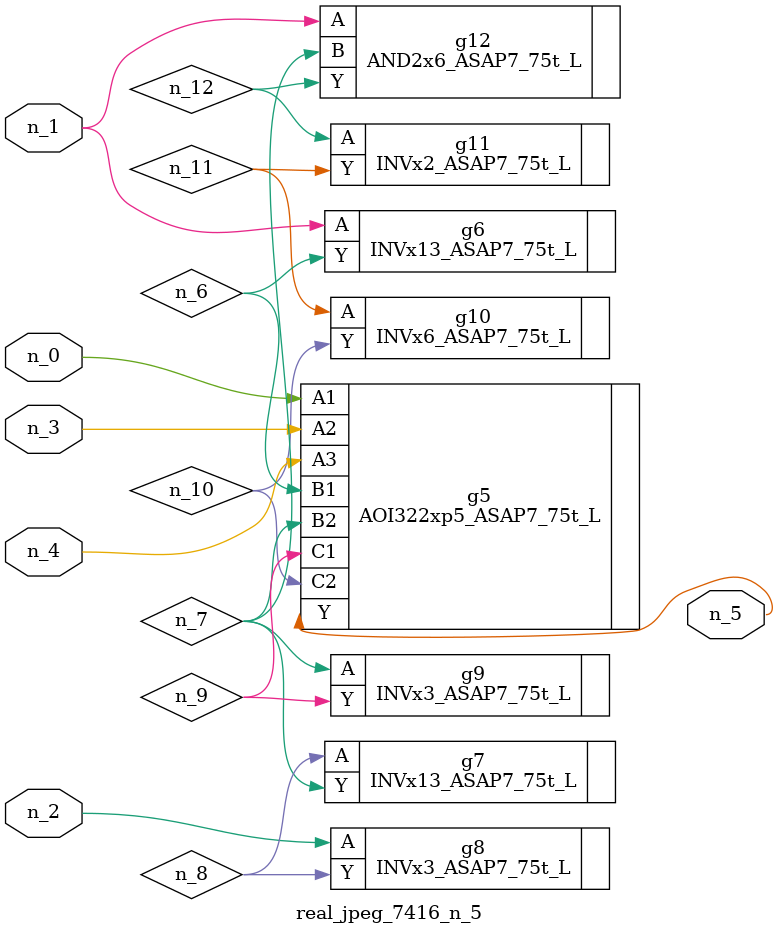
<source format=v>
module real_jpeg_7416_n_5 (n_4, n_0, n_1, n_2, n_3, n_5);

input n_4;
input n_0;
input n_1;
input n_2;
input n_3;

output n_5;

wire n_12;
wire n_8;
wire n_11;
wire n_6;
wire n_7;
wire n_10;
wire n_9;

AOI322xp5_ASAP7_75t_L g5 ( 
.A1(n_0),
.A2(n_3),
.A3(n_4),
.B1(n_6),
.B2(n_7),
.C1(n_9),
.C2(n_10),
.Y(n_5)
);

INVx13_ASAP7_75t_L g6 ( 
.A(n_1),
.Y(n_6)
);

AND2x6_ASAP7_75t_L g12 ( 
.A(n_1),
.B(n_7),
.Y(n_12)
);

INVx3_ASAP7_75t_L g8 ( 
.A(n_2),
.Y(n_8)
);

INVx3_ASAP7_75t_L g9 ( 
.A(n_7),
.Y(n_9)
);

INVx13_ASAP7_75t_L g7 ( 
.A(n_8),
.Y(n_7)
);

INVx6_ASAP7_75t_L g10 ( 
.A(n_11),
.Y(n_10)
);

INVx2_ASAP7_75t_L g11 ( 
.A(n_12),
.Y(n_11)
);


endmodule
</source>
